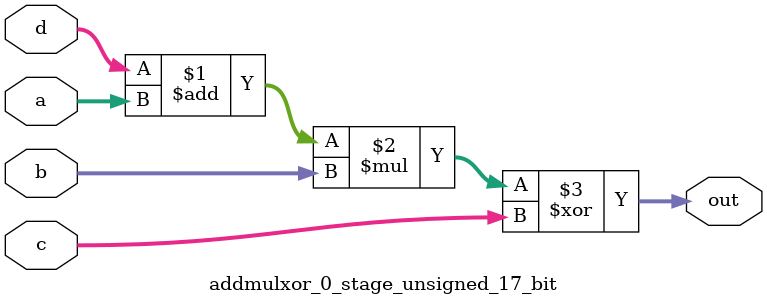
<source format=sv>
(* use_dsp = "yes" *) module addmulxor_0_stage_unsigned_17_bit(
	input  [16:0] a,
	input  [16:0] b,
	input  [16:0] c,
	input  [16:0] d,
	output [16:0] out
	);

	assign out = ((d + a) * b) ^ c;
endmodule

</source>
